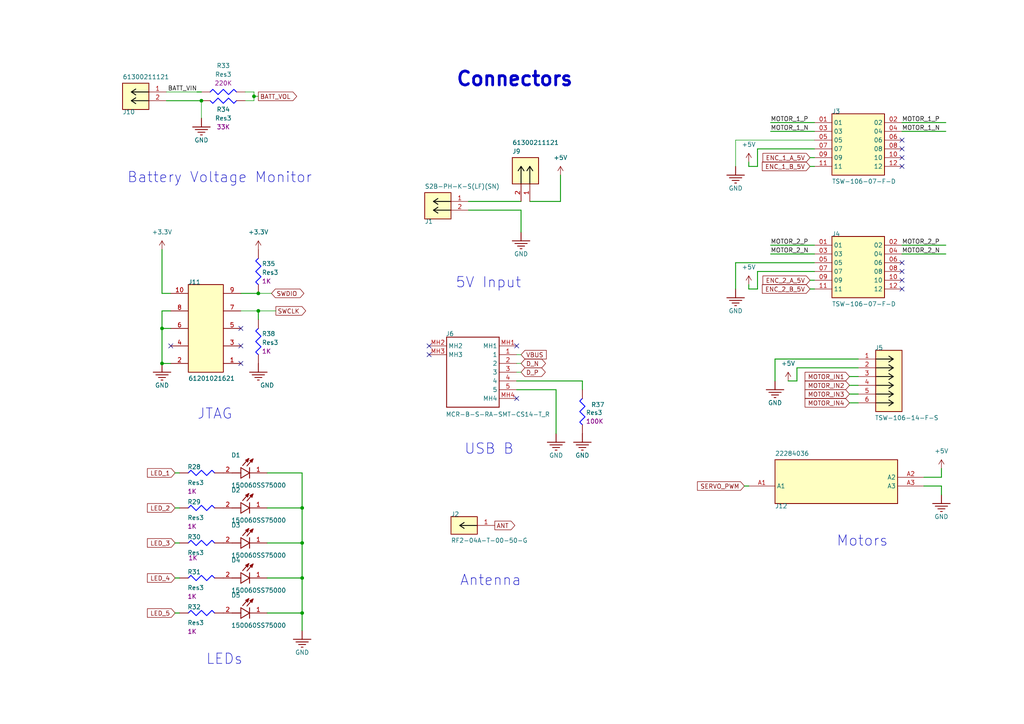
<source format=kicad_sch>
(kicad_sch (version 20230121) (generator eeschema)
  (paper "A4")
  (lib_symbols
    (symbol "Connectors-altium-import:GND" (power)
      (property "Reference" "#PWR" (at 0 0 0))
      (property "Value" "GND" (at 0 6.35 0))
      (symbol "GND_0_0"
        (polyline (pts (xy -2.54 -2.54) (xy 2.54 -2.54)) (stroke (width 0.254)))
        (polyline (pts (xy -1.778 -3.302) (xy 1.778 -3.302)) (stroke (width 0.254)))
        (polyline (pts (xy -1.016 -4.064) (xy 1.016 -4.064)) (stroke (width 0.254)))
        (polyline (pts (xy -0.254 -4.826) (xy 0.254 -4.826)) (stroke (width 0.254)))
        (polyline (pts (xy 0 0) (xy 0 -2.54)) (stroke (width 0.254)))
        (pin power_in line (at 0 0 0) (length 0) hide (name "GND") (number ""))
      )
    )
    (symbol "Connectors-altium-import:root_0_150060SS75000"
      (symbol "root_0_150060SS75000_1_0"
        (polyline (pts (xy -2.54 -1.524) (xy 0 0)) (stroke (width 0.254)))
        (polyline (pts (xy -2.54 0) (xy -5.08 0)) (stroke (width 0.254)))
        (polyline (pts (xy -2.54 0) (xy -2.54 -1.524)) (stroke (width 0.254)))
        (polyline (pts (xy -2.54 1.524) (xy -2.54 0)) (stroke (width 0.254)))
        (polyline (pts (xy -1.118 3.683) (xy -0.229 4.166)) (stroke (width 0.254)))
        (polyline (pts (xy -0.94 3.607) (xy -0.711 3.759)) (stroke (width 0.254)))
        (polyline (pts (xy -0.559 3.2) (xy -1.118 3.683)) (stroke (width 0.254)))
        (polyline (pts (xy -0.559 3.2) (xy -0.533 3.937)) (stroke (width 0.254)))
        (polyline (pts (xy -0.533 3.937) (xy -0.66 3.937)) (stroke (width 0.254)))
        (polyline (pts (xy -0.229 4.166) (xy -2.007 2.134)) (stroke (width 0.254)))
        (polyline (pts (xy -0.229 4.166) (xy -0.559 3.2)) (stroke (width 0.254)))
        (polyline (pts (xy 0 0) (xy -2.54 1.524)) (stroke (width 0.254)))
        (polyline (pts (xy 0 1.524) (xy 0 -1.524)) (stroke (width 0.254)))
        (polyline (pts (xy 0.127 3.581) (xy 1.016 4.064)) (stroke (width 0.254)))
        (polyline (pts (xy 0.305 3.505) (xy 0.533 3.658)) (stroke (width 0.254)))
        (polyline (pts (xy 0.686 3.099) (xy 0.127 3.581)) (stroke (width 0.254)))
        (polyline (pts (xy 0.686 3.099) (xy 0.711 3.835)) (stroke (width 0.254)))
        (polyline (pts (xy 0.711 3.835) (xy 0.584 3.835)) (stroke (width 0.254)))
        (polyline (pts (xy 1.016 4.064) (xy -0.762 2.032)) (stroke (width 0.254)))
        (polyline (pts (xy 1.016 4.064) (xy 0.686 3.099)) (stroke (width 0.254)))
        (pin passive line (at 5.08 0 180) (length 5.08) (name "C") (number "1"))
        (pin passive line (at -7.62 0 0) (length 2.54) (name "A") (number "2"))
      )
    )
    (symbol "Connectors-altium-import:root_0_22284036"
      (symbol "root_0_22284036_1_0"
        (rectangle (start 43.18 5.08) (end 7.62 -7.62) (stroke (width 0.254)) (fill (type background)))
        (pin passive line (at 0 0 0) (length 7.62) (name "A1") (number "A1"))
        (pin passive line (at 50.8 -2.54 180) (length 7.62) (name "A2") (number "A2"))
        (pin passive line (at 50.8 0 180) (length 7.62) (name "A3") (number "A3"))
      )
    )
    (symbol "Connectors-altium-import:root_0_MCR-B-S-RA-SMT-CS14-T_R"
      (symbol "root_0_MCR-B-S-RA-SMT-CS14-T_R_1_0"
        (polyline (pts (xy 5.08 -17.78) (xy 20.32 -17.78)) (stroke (width 0.254)))
        (polyline (pts (xy 5.08 2.54) (xy 5.08 -17.78)) (stroke (width 0.254)))
        (polyline (pts (xy 20.32 -17.78) (xy 20.32 2.54)) (stroke (width 0.254)))
        (polyline (pts (xy 20.32 2.54) (xy 5.08 2.54)) (stroke (width 0.254)))
        (pin passive line (at 25.4 -2.54 180) (length 5.08) (name "1") (number "1"))
        (pin passive line (at 25.4 -5.08 180) (length 5.08) (name "2") (number "2"))
        (pin passive line (at 25.4 -7.62 180) (length 5.08) (name "3") (number "3"))
        (pin passive line (at 25.4 -10.16 180) (length 5.08) (name "4") (number "4"))
        (pin passive line (at 25.4 -12.7 180) (length 5.08) (name "5") (number "5"))
        (pin passive line (at 25.4 0 180) (length 5.08) (name "MH1") (number "MH1"))
        (pin passive line (at 0 0 0) (length 5.08) (name "MH2") (number "MH2"))
        (pin passive line (at 0 -2.54 0) (length 5.08) (name "MH3") (number "MH3"))
        (pin passive line (at 25.4 -15.24 180) (length 5.08) (name "MH4") (number "MH4"))
      )
    )
    (symbol "Connectors-altium-import:root_0_Res3"
      (symbol "root_0_Res3_1_0"
        (polyline (pts (xy 7.62 -2.54) (xy 6.858 -1.778) (xy 5.334 -3.302) (xy 3.81 -1.778) (xy 2.286 -3.302) (xy 0.762 -1.778) (xy 0 -2.54)) (stroke (width 0.254) (color 0 0 255 1)))
        (pin passive line (at -2.54 -2.54 0) (length 2.54) (name "1") (number "1"))
        (pin passive line (at 10.16 -2.54 180) (length 2.54) (name "2") (number "2"))
      )
    )
    (symbol "Connectors-altium-import:root_0_TSW-106-07-F-D"
      (symbol "root_0_TSW-106-07-F-D_1_0"
        (rectangle (start 7.62 10.16) (end -7.62 -7.62) (stroke (width 0.254)) (fill (type background)))
        (pin passive line (at -12.7 7.62 0) (length 5.08) (name "01") (number "01"))
        (pin passive line (at 12.7 7.62 180) (length 5.08) (name "02") (number "02"))
        (pin passive line (at -12.7 5.08 0) (length 5.08) (name "03") (number "03"))
        (pin passive line (at 12.7 5.08 180) (length 5.08) (name "04") (number "04"))
        (pin passive line (at -12.7 2.54 0) (length 5.08) (name "05") (number "05"))
        (pin passive line (at 12.7 2.54 180) (length 5.08) (name "06") (number "06"))
        (pin passive line (at -12.7 0 0) (length 5.08) (name "07") (number "07"))
        (pin passive line (at 12.7 0 180) (length 5.08) (name "08") (number "08"))
        (pin passive line (at -12.7 -2.54 0) (length 5.08) (name "09") (number "09"))
        (pin passive line (at 12.7 -2.54 180) (length 5.08) (name "10") (number "10"))
        (pin passive line (at -12.7 -5.08 0) (length 5.08) (name "11") (number "11"))
        (pin passive line (at 12.7 -5.08 180) (length 5.08) (name "12") (number "12"))
      )
    )
    (symbol "Connectors-altium-import:root_0_TSW-106-14-F-S"
      (symbol "root_0_TSW-106-14-F-S_1_0"
        (polyline (pts (xy 10.16 -12.7) (xy 5.08 -12.7)) (stroke (width 0.254) (color 0 0 0 1)))
        (polyline (pts (xy 10.16 -12.7) (xy 8.89 -13.547)) (stroke (width 0.254) (color 0 0 0 1)))
        (polyline (pts (xy 10.16 -12.7) (xy 8.89 -11.853)) (stroke (width 0.254) (color 0 0 0 1)))
        (polyline (pts (xy 10.16 -10.16) (xy 5.08 -10.16)) (stroke (width 0.254) (color 0 0 0 1)))
        (polyline (pts (xy 10.16 -10.16) (xy 8.89 -11.007)) (stroke (width 0.254) (color 0 0 0 1)))
        (polyline (pts (xy 10.16 -10.16) (xy 8.89 -9.313)) (stroke (width 0.254) (color 0 0 0 1)))
        (polyline (pts (xy 10.16 -7.62) (xy 5.08 -7.62)) (stroke (width 0.254) (color 0 0 0 1)))
        (polyline (pts (xy 10.16 -7.62) (xy 8.89 -8.467)) (stroke (width 0.254) (color 0 0 0 1)))
        (polyline (pts (xy 10.16 -7.62) (xy 8.89 -6.773)) (stroke (width 0.254) (color 0 0 0 1)))
        (polyline (pts (xy 10.16 -5.08) (xy 5.08 -5.08)) (stroke (width 0.254) (color 0 0 0 1)))
        (polyline (pts (xy 10.16 -5.08) (xy 8.89 -5.927)) (stroke (width 0.254) (color 0 0 0 1)))
        (polyline (pts (xy 10.16 -5.08) (xy 8.89 -4.233)) (stroke (width 0.254) (color 0 0 0 1)))
        (polyline (pts (xy 10.16 -2.54) (xy 5.08 -2.54)) (stroke (width 0.254) (color 0 0 0 1)))
        (polyline (pts (xy 10.16 -2.54) (xy 8.89 -3.387)) (stroke (width 0.254) (color 0 0 0 1)))
        (polyline (pts (xy 10.16 -2.54) (xy 8.89 -1.693)) (stroke (width 0.254) (color 0 0 0 1)))
        (polyline (pts (xy 10.16 0) (xy 5.08 0)) (stroke (width 0.254) (color 0 0 0 1)))
        (polyline (pts (xy 10.16 0) (xy 8.89 -0.847)) (stroke (width 0.254) (color 0 0 0 1)))
        (polyline (pts (xy 10.16 0) (xy 8.89 0.847)) (stroke (width 0.254) (color 0 0 0 1)))
        (rectangle (start 12.7 2.54) (end 5.08 -15.24) (stroke (width 0.254)) (fill (type background)))
        (pin passive line (at 0 0 0) (length 5.08) (name "1") (number "1"))
        (pin passive line (at 0 -2.54 0) (length 5.08) (name "2") (number "2"))
        (pin passive line (at 0 -5.08 0) (length 5.08) (name "3") (number "3"))
        (pin passive line (at 0 -7.62 0) (length 5.08) (name "4") (number "4"))
        (pin passive line (at 0 -10.16 0) (length 5.08) (name "5") (number "5"))
        (pin passive line (at 0 -12.7 0) (length 5.08) (name "6") (number "6"))
      )
    )
    (symbol "Connectors-altium-import:root_1_61201021621"
      (symbol "root_1_61201021621_1_0"
        (rectangle (start 5.08 15.24) (end -5.08 -10.16) (stroke (width 0.254)) (fill (type background)))
        (pin passive line (at 10.16 -7.62 180) (length 5.08) (name "1") (number "1"))
        (pin passive line (at -10.16 12.7 0) (length 5.08) (name "10") (number "10"))
        (pin passive line (at -10.16 -7.62 0) (length 5.08) (name "2") (number "2"))
        (pin passive line (at 10.16 -2.54 180) (length 5.08) (name "3") (number "3"))
        (pin passive line (at -10.16 -2.54 0) (length 5.08) (name "4") (number "4"))
        (pin passive line (at 10.16 2.54 180) (length 5.08) (name "5") (number "5"))
        (pin passive line (at -10.16 2.54 0) (length 5.08) (name "6") (number "6"))
        (pin passive line (at 10.16 7.62 180) (length 5.08) (name "7") (number "7"))
        (pin passive line (at -10.16 7.62 0) (length 5.08) (name "8") (number "8"))
        (pin passive line (at 10.16 12.7 180) (length 5.08) (name "9") (number "9"))
      )
    )
    (symbol "Connectors-altium-import:root_1_Res3"
      (symbol "root_1_Res3_1_0"
        (polyline (pts (xy 2.54 7.62) (xy 1.778 6.858) (xy 3.302 5.334) (xy 1.778 3.81) (xy 3.302 2.286) (xy 1.778 0.762) (xy 2.54 0)) (stroke (width 0.254) (color 0 0 255 1)))
        (pin passive line (at 2.54 -2.54 90) (length 2.54) (name "1") (number "1"))
        (pin passive line (at 2.54 10.16 270) (length 2.54) (name "2") (number "2"))
      )
    )
    (symbol "Connectors-altium-import:root_2_61300211121"
      (symbol "root_2_61300211121_1_0"
        (rectangle (start -5.08 5.08) (end -12.7 -2.54) (stroke (width 0.254)) (fill (type background)))
        (polyline (pts (xy -10.16 0) (xy -8.89 -0.847)) (stroke (width 0.254) (color 0 0 0 1)))
        (polyline (pts (xy -10.16 0) (xy -8.89 0.847)) (stroke (width 0.254) (color 0 0 0 1)))
        (polyline (pts (xy -10.16 0) (xy -5.08 0)) (stroke (width 0.254) (color 0 0 0 1)))
        (polyline (pts (xy -10.16 2.54) (xy -8.89 1.693)) (stroke (width 0.254) (color 0 0 0 1)))
        (polyline (pts (xy -10.16 2.54) (xy -8.89 3.387)) (stroke (width 0.254) (color 0 0 0 1)))
        (polyline (pts (xy -10.16 2.54) (xy -5.08 2.54)) (stroke (width 0.254) (color 0 0 0 1)))
        (pin passive line (at 0 0 180) (length 5.08) (name "1") (number "1"))
        (pin passive line (at 0 2.54 180) (length 5.08) (name "2") (number "2"))
      )
    )
    (symbol "Connectors-altium-import:root_2_RF2-04A-T-00-50-G"
      (symbol "root_2_RF2-04A-T-00-50-G_1_0"
        (rectangle (start -5.08 2.54) (end -12.7 -2.54) (stroke (width 0.254)) (fill (type background)))
        (polyline (pts (xy -10.16 0) (xy -8.89 -0.847)) (stroke (width 0.254) (color 0 0 0 1)))
        (polyline (pts (xy -10.16 0) (xy -8.89 0.847)) (stroke (width 0.254) (color 0 0 0 1)))
        (polyline (pts (xy -10.16 0) (xy -5.08 0)) (stroke (width 0.254) (color 0 0 0 1)))
        (pin passive line (at 0 0 180) (length 5.08) (name "1") (number "1"))
      )
    )
    (symbol "Connectors-altium-import:root_2_S2B-PH-K-S(LF)(SN)"
      (symbol "root_2_S2B-PH-K-S(LF)(SN)_1_0"
        (rectangle (start -5.08 5.08) (end -12.7 -2.54) (stroke (width 0.254)) (fill (type background)))
        (polyline (pts (xy -10.16 0) (xy -8.89 -0.847)) (stroke (width 0.254) (color 0 0 0 1)))
        (polyline (pts (xy -10.16 0) (xy -8.89 0.847)) (stroke (width 0.254) (color 0 0 0 1)))
        (polyline (pts (xy -10.16 0) (xy -5.08 0)) (stroke (width 0.254) (color 0 0 0 1)))
        (polyline (pts (xy -10.16 2.54) (xy -8.89 1.693)) (stroke (width 0.254) (color 0 0 0 1)))
        (polyline (pts (xy -10.16 2.54) (xy -8.89 3.387)) (stroke (width 0.254) (color 0 0 0 1)))
        (polyline (pts (xy -10.16 2.54) (xy -5.08 2.54)) (stroke (width 0.254) (color 0 0 0 1)))
        (pin passive line (at 0 0 180) (length 5.08) (name "1") (number "1"))
        (pin passive line (at 0 2.54 180) (length 5.08) (name "2") (number "2"))
      )
    )
    (symbol "Connectors-altium-import:root_3_61300211121"
      (symbol "root_3_61300211121_1_0"
        (polyline (pts (xy -2.54 -10.16) (xy -3.387 -8.89)) (stroke (width 0.254) (color 0 0 0 1)))
        (polyline (pts (xy -2.54 -10.16) (xy -2.54 -5.08)) (stroke (width 0.254) (color 0 0 0 1)))
        (polyline (pts (xy -2.54 -10.16) (xy -1.693 -8.89)) (stroke (width 0.254) (color 0 0 0 1)))
        (polyline (pts (xy 0 -10.16) (xy -0.847 -8.89)) (stroke (width 0.254) (color 0 0 0 1)))
        (polyline (pts (xy 0 -10.16) (xy 0 -5.08)) (stroke (width 0.254) (color 0 0 0 1)))
        (polyline (pts (xy 0 -10.16) (xy 0.847 -8.89)) (stroke (width 0.254) (color 0 0 0 1)))
        (rectangle (start 2.54 -5.08) (end -5.08 -12.7) (stroke (width 0.254)) (fill (type background)))
        (pin passive line (at 0 0 270) (length 5.08) (name "1") (number "1"))
        (pin passive line (at -2.54 0 270) (length 5.08) (name "2") (number "2"))
      )
    )
    (symbol "power:+3.3V" (power) (pin_names (offset 0))
      (property "Value" "+3.3V" (at 0 3.556 0))
      (symbol "+3.3V_0_1"
        (polyline (pts (xy -0.762 1.27) (xy 0 2.54)))
        (polyline (pts (xy 0 0) (xy 0 2.54)))
        (polyline (pts (xy 0 2.54) (xy 0.762 1.27)))
      )
      (symbol "+3.3V_1_1"
        (pin power_in line (at 0 0 90) (length 0) hide (name "+3.3V") (number "1"))
      )
    )
    (symbol "power:+5V" (power) (pin_names (offset 0))
      (property "Value" "+5V" (at 0 3.556 0))
      (symbol "+5V_0_1"
        (polyline (pts (xy -0.762 1.27) (xy 0 2.54)))
        (polyline (pts (xy 0 0) (xy 0 2.54)))
        (polyline (pts (xy 0 2.54) (xy 0.762 1.27)))
      )
      (symbol "+5V_1_1"
        (pin power_in line (at 0 0 90) (length 0) hide (name "+5V") (number "1"))
      )
    )
  )
  (junction (at 46.99 105.41))
  (junction (at 87.63 147.32))
  (junction (at 87.63 177.8))
  (junction (at 87.63 167.64))
  (junction (at 58.42 29.21))
  (junction (at 73.66 27.94))
  (junction (at 87.63 157.48))
  (junction (at 74.93 85.09))
  (junction (at 46.99 95.25))
  (junction (at 74.93 90.17))
  (no_connect (at 69.85 95.25))
  (no_connect (at 261.62 45.72))
  (no_connect (at 261.62 40.64))
  (no_connect (at 261.62 48.26))
  (no_connect (at 69.85 100.33))
  (no_connect (at 49.53 100.33))
  (no_connect (at 124.46 102.87))
  (no_connect (at 261.62 81.28))
  (no_connect (at 261.62 83.82))
  (no_connect (at 69.85 105.41))
  (no_connect (at 149.86 100.33))
  (no_connect (at 149.86 115.57))
  (no_connect (at 124.46 100.33))
  (no_connect (at 261.62 43.18))
  (no_connect (at 261.62 76.2))
  (no_connect (at 261.62 78.74))
  (wire (pts (xy 223.52 35.56) (xy 236.22 35.56)) (stroke (width 0.254)))
  (wire (pts (xy 261.62 73.66) (xy 274.32 73.66)) (stroke (width 0.254)))
  (wire (pts (xy 231.14 106.68) (xy 248.92 106.68)) (stroke (width 0.254)))
  (wire (pts (xy 52.07 157.48) (xy 50.8 157.48)) (stroke (width 0.254)))
  (wire (pts (xy 217.17 83.82) (xy 217.17 82.55)) (stroke (width 0.254)))
  (wire (pts (xy 57.15 26.67) (xy 58.42 26.67)) (stroke (width 0.254)))
  (wire (pts (xy 224.79 104.14) (xy 248.92 104.14)) (stroke (width 0.254)))
  (wire (pts (xy 223.52 71.12) (xy 236.22 71.12)) (stroke (width 0.254)))
  (wire (pts (xy 74.93 90.17) (xy 80.01 90.17)))
  (wire (pts (xy 246.38 111.76) (xy 248.92 111.76)) (stroke (width 0.254)))
  (wire (pts (xy 162.56 58.42) (xy 153.67 58.42)) (stroke (width 0.254)))
  (wire (pts (xy 219.71 83.82) (xy 217.17 83.82)) (stroke (width 0.254)))
  (wire (pts (xy 273.05 140.97) (xy 267.97 140.97)) (stroke (width 0.254)))
  (wire (pts (xy 87.63 157.48) (xy 77.47 157.48)) (stroke (width 0.254)))
  (wire (pts (xy 151.13 60.96) (xy 135.89 60.96)) (stroke (width 0.254)))
  (wire (pts (xy 224.79 104.14) (xy 224.79 110.49)) (stroke (width 0.254)))
  (wire (pts (xy 273.05 143.51) (xy 273.05 140.97)) (stroke (width 0.254)))
  (wire (pts (xy 87.63 167.64) (xy 87.63 177.8)) (stroke (width 0.254)))
  (wire (pts (xy 57.15 26.67) (xy 48.26 26.67)))
  (wire (pts (xy 46.99 90.17) (xy 49.53 90.17)) (stroke (width 0.254)))
  (wire (pts (xy 234.95 81.28) (xy 236.22 81.28)) (stroke (width 0.254)))
  (wire (pts (xy 213.36 76.2) (xy 236.22 76.2)) (stroke (width 0.254)))
  (wire (pts (xy 261.62 71.12) (xy 274.32 71.12)) (stroke (width 0.254)))
  (wire (pts (xy 213.36 76.2) (xy 213.36 83.82)) (stroke (width 0.254)))
  (wire (pts (xy 223.52 38.1) (xy 236.22 38.1)) (stroke (width 0.254)))
  (wire (pts (xy 73.66 27.94) (xy 73.66 29.21)))
  (wire (pts (xy 151.13 102.87) (xy 149.86 102.87)))
  (wire (pts (xy 236.22 40.64) (xy 213.36 40.64)))
  (wire (pts (xy 87.63 157.48) (xy 87.63 167.64)) (stroke (width 0.254)))
  (wire (pts (xy 149.86 110.49) (xy 168.91 110.49)) (stroke (width 0.254)))
  (wire (pts (xy 234.95 83.82) (xy 236.22 83.82)) (stroke (width 0.254)))
  (wire (pts (xy 49.53 95.25) (xy 46.99 95.25)) (stroke (width 0.254)))
  (wire (pts (xy 87.63 177.8) (xy 77.47 177.8)) (stroke (width 0.254)))
  (wire (pts (xy 151.13 107.95) (xy 149.86 107.95)))
  (wire (pts (xy 231.14 110.49) (xy 228.6 110.49)) (stroke (width 0.254)))
  (wire (pts (xy 246.38 109.22) (xy 248.92 109.22)) (stroke (width 0.254)))
  (wire (pts (xy 71.12 26.67) (xy 73.66 26.67)))
  (wire (pts (xy 246.38 116.84) (xy 248.92 116.84)) (stroke (width 0.254)))
  (wire (pts (xy 219.71 78.74) (xy 219.71 83.82)) (stroke (width 0.254)))
  (wire (pts (xy 73.66 26.67) (xy 73.66 27.94)))
  (wire (pts (xy 219.71 48.26) (xy 217.17 48.26)) (stroke (width 0.254)))
  (wire (pts (xy 87.63 177.8) (xy 87.63 182.88)) (stroke (width 0.254)))
  (wire (pts (xy 219.71 78.74) (xy 236.22 78.74)) (stroke (width 0.254)))
  (wire (pts (xy 168.91 110.49) (xy 168.91 113.03)) (stroke (width 0.254)))
  (wire (pts (xy 87.63 167.64) (xy 77.47 167.64)) (stroke (width 0.254)))
  (wire (pts (xy 234.95 45.72) (xy 236.22 45.72)) (stroke (width 0.254)))
  (wire (pts (xy 161.29 113.03) (xy 161.29 125.73)) (stroke (width 0.254)))
  (wire (pts (xy 73.66 29.21) (xy 71.12 29.21)))
  (wire (pts (xy 77.47 137.16) (xy 87.63 137.16)) (stroke (width 0.254)))
  (wire (pts (xy 69.85 85.09) (xy 74.93 85.09)) (stroke (width 0.254)))
  (wire (pts (xy 48.26 29.21) (xy 58.42 29.21)) (stroke (width 0.254)))
  (wire (pts (xy 217.17 48.26) (xy 217.17 46.99)) (stroke (width 0.254)))
  (wire (pts (xy 73.66 27.94) (xy 74.93 27.94)))
  (wire (pts (xy 52.07 137.16) (xy 50.8 137.16)) (stroke (width 0.254)))
  (wire (pts (xy 261.62 35.56) (xy 274.32 35.56)) (stroke (width 0.254)))
  (wire (pts (xy 261.62 38.1) (xy 274.32 38.1)) (stroke (width 0.254)))
  (wire (pts (xy 58.42 29.21) (xy 58.42 34.29)))
  (wire (pts (xy 49.53 105.41) (xy 46.99 105.41)) (stroke (width 0.254)))
  (wire (pts (xy 162.56 50.8) (xy 162.56 58.42)) (stroke (width 0.254)))
  (wire (pts (xy 87.63 137.16) (xy 87.63 147.32)) (stroke (width 0.254)))
  (wire (pts (xy 52.07 167.64) (xy 50.8 167.64)) (stroke (width 0.254)))
  (wire (pts (xy 74.93 85.09) (xy 78.74 85.09)))
  (wire (pts (xy 219.71 43.18) (xy 236.22 43.18)) (stroke (width 0.254)))
  (wire (pts (xy 267.97 138.43) (xy 273.05 138.43)) (stroke (width 0.254)))
  (wire (pts (xy 87.63 147.32) (xy 77.47 147.32)) (stroke (width 0.254)))
  (wire (pts (xy 246.38 114.3) (xy 248.92 114.3)) (stroke (width 0.254)))
  (wire (pts (xy 52.07 147.32) (xy 50.8 147.32)) (stroke (width 0.254)))
  (wire (pts (xy 46.99 95.25) (xy 46.99 90.17)) (stroke (width 0.254)))
  (wire (pts (xy 273.05 138.43) (xy 273.05 135.89)) (stroke (width 0.254)))
  (wire (pts (xy 217.17 140.97) (xy 215.9 140.97)) (stroke (width 0.254)))
  (wire (pts (xy 87.63 147.32) (xy 87.63 157.48)) (stroke (width 0.254)))
  (wire (pts (xy 213.36 40.64) (xy 213.36 48.26)))
  (wire (pts (xy 151.13 58.42) (xy 135.89 58.42)) (stroke (width 0.254)))
  (wire (pts (xy 46.99 85.09) (xy 46.99 72.39)) (stroke (width 0.254)))
  (wire (pts (xy 231.14 106.68) (xy 231.14 110.49)) (stroke (width 0.254)))
  (wire (pts (xy 219.71 43.18) (xy 219.71 48.26)) (stroke (width 0.254)))
  (wire (pts (xy 149.86 113.03) (xy 161.29 113.03)) (stroke (width 0.254)))
  (wire (pts (xy 52.07 177.8) (xy 50.8 177.8)) (stroke (width 0.254)))
  (wire (pts (xy 151.13 105.41) (xy 149.86 105.41)))
  (wire (pts (xy 234.95 48.26) (xy 236.22 48.26)) (stroke (width 0.254)))
  (wire (pts (xy 46.99 105.41) (xy 46.99 95.25)) (stroke (width 0.254)))
  (wire (pts (xy 151.13 67.31) (xy 151.13 60.96)) (stroke (width 0.254)))
  (wire (pts (xy 74.93 90.17) (xy 69.85 90.17)))
  (wire (pts (xy 74.93 90.17) (xy 74.93 92.71)) (stroke (width 0.254)))
  (wire (pts (xy 49.53 85.09) (xy 46.99 85.09)) (stroke (width 0.254)))
  (wire (pts (xy 223.52 73.66) (xy 236.22 73.66)) (stroke (width 0.254)))
  (text "5V Input" (at 132.08 83.82 0) (effects (font (size 3 3)) (justify left bottom)))
  (text "Antenna" (at 133.35 170.18 0) (effects (font (size 3 3)) (justify left bottom)))
  (text "Motors" (at 242.57 158.75 0) (effects (font (size 3 3)) (justify left bottom)))
  (text "LEDs\n" (at 59.69 193.04 0) (effects (font (size 3 3)) (justify left bottom)))
  (text "JTAG" (at 57.15 121.92 0) (effects (font (size 3 3)) (justify left bottom)))
  (text "Connectors" (at 132.08 25.4 0) (effects (font (size 4 4) (thickness 0.8) bold) (justify left bottom)))
  (text "USB B" (at 134.62 132.08 0) (effects (font (size 3 3)) (justify left bottom)))
  (text "Battery Voltage Monitor" (at 36.83 53.34 0) (effects (font (size 3 3)) (justify left bottom)))
  (label "BATT_VIN" (at 57.15 26.67 180))
  (label "MOTOR_2_P" (at 261.62 71.12 180))
  (label "MOTOR_2_N" (at 261.62 73.66 180))
  (label "MOTOR_1_N" (at 223.52 38.1 180))
  (label "MOTOR_2_P" (at 223.52 71.12 180))
  (label "MOTOR_1_P" (at 223.52 35.56 180))
  (label "MOTOR_1_P" (at 261.62 35.56 180))
  (label "MOTOR_2_N" (at 223.52 73.66 180))
  (label "MOTOR_1_N" (at 261.62 38.1 180))
  (global_label "LED_4" (shape input) (at 50.8 167.64 180) (property "Intersheetrefs" "${INTERSHEET_REFS}" (effects hide)))
  (global_label "D_N" (shape bidirectional) (at 151.13 105.41 0) (property "Intersheetrefs" "${INTERSHEET_REFS}" (effects hide)))
  (global_label "MOTOR_IN3" (shape input) (at 246.38 114.3 180) (property "Intersheetrefs" "${INTERSHEET_REFS}" (effects hide)))
  (global_label "ENC_2_B_5V" (shape input) (at 234.95 83.82 180) (property "Intersheetrefs" "${INTERSHEET_REFS}" (effects hide)))
  (global_label "ENC_1_B_5V" (shape input) (at 234.95 48.26 180) (property "Intersheetrefs" "${INTERSHEET_REFS}" (effects hide)))
  (global_label "SWDIO" (shape bidirectional) (at 78.74 85.09 0) (property "Intersheetrefs" "${INTERSHEET_REFS}" (effects hide)))
  (global_label "MOTOR_IN1" (shape input) (at 246.38 109.22 180) (property "Intersheetrefs" "${INTERSHEET_REFS}" (effects hide)))
  (global_label "MOTOR_IN2" (shape input) (at 246.38 111.76 180) (property "Intersheetrefs" "${INTERSHEET_REFS}" (effects hide)))
  (global_label "ANT" (shape output) (at 143.51 152.4 0) (property "Intersheetrefs" "${INTERSHEET_REFS}" (effects hide)))
  (global_label "LED_3" (shape input) (at 50.8 157.48 180) (property "Intersheetrefs" "${INTERSHEET_REFS}" (effects hide)))
  (global_label "ENC_2_A_5V" (shape input) (at 234.95 81.28 180) (property "Intersheetrefs" "${INTERSHEET_REFS}" (effects hide)))
  (global_label "LED_5" (shape input) (at 50.8 177.8 180) (property "Intersheetrefs" "${INTERSHEET_REFS}" (effects hide)))
  (global_label "D_P" (shape bidirectional) (at 151.13 107.95 0) (property "Intersheetrefs" "${INTERSHEET_REFS}" (effects hide)))
  (global_label "MOTOR_IN4" (shape input) (at 246.38 116.84 180) (property "Intersheetrefs" "${INTERSHEET_REFS}" (effects hide)))
  (global_label "VBUS" (shape input) (at 151.13 102.87 0) (property "Intersheetrefs" "${INTERSHEET_REFS}" (effects hide)))
  (global_label "SERVO_PWM" (shape input) (at 215.9 140.97 180) (property "Intersheetrefs" "${INTERSHEET_REFS}" (effects hide)))
  (global_label "LED_1" (shape input) (at 50.8 137.16 180) (property "Intersheetrefs" "${INTERSHEET_REFS}" (effects hide)))
  (global_label "ENC_1_A_5V" (shape input) (at 234.95 45.72 180) (property "Intersheetrefs" "${INTERSHEET_REFS}" (effects hide)))
  (global_label "LED_2" (shape input) (at 50.8 147.32 180) (property "Intersheetrefs" "${INTERSHEET_REFS}" (effects hide)))
  (global_label "BATT_VOL" (shape output) (at 74.93 27.94 0) (property "Intersheetrefs" "${INTERSHEET_REFS}" (effects hide)))
  (global_label "SWCLK" (shape output) (at 80.01 90.17 0) (property "Intersheetrefs" "${INTERSHEET_REFS}" (effects hide)))
  (symbol (lib_id "Connectors-altium-import:root_0_150060SS75000") (at 72.39 167.64 0) (unit 1)
    (property "Reference" "D4" (at 67.056 163.22 0) (effects (justify left bottom)))
    (property "Value" "150060SS75000" (at 67.056 171.958 0) (effects (justify left bottom)))
    (property "Footprint" "C:_Users_mushe_Documents_GitHub_swarm_crawler_Minibot_V1_swarm_crawler_pcb.PcbLib_LED_150060SS75000" (effects hide))
    (property "SNAPEDA_LINK" "https://www.snapeda.com/parts/150060SS75000/W%C3%BCrth%20Elektronik/view-part/4805427/?ref=snap" (effects hide))
    (property "AVAILABILITY" "Warning" (effects hide))
    (property "PURCHASE-URL" "https://pricing.snapeda.com/search/part/150060SS75000/?ref=eda" (effects hide))
    (property "MP" "150060SS75000" (effects hide))
    (property "ALTIUM_VALUE" "*" (effects hide))
    (property "PRICE" "None" (effects hide))
    (property "MF" "WÃ¼rth Elektronik" (effects hide))
    (property "PACKAGE" "None" (effects hide))
    (property "CHECK_PRICES" "https://www.snapeda.com/parts/150060SS75000/W%C3%BCrth%20Elektronik/view-part/4805427/?ref=eda" (effects hide))
  )
  (symbol (lib_id "Connectors-altium-import:root_0_TSW-106-07-F-D") (at 248.92 43.18 0) (unit 1)
    (property "Reference" "J3" (at 241.3 33.02 0) (effects (justify left bottom)))
    (property "Value" "TSW-106-07-F-D" (at 241.3 53.34 0) (effects (justify left bottom)))
    (property "Footprint" "C:_Users_mushe_Documents_GitHub_swarm_crawler_Minibot_V1_swarm_crawler_pcb.PcbLib_SAMTEC_TSW-106-07-F-D" (effects hide))
    (property "MP" "TSW-106-07-F-D" (effects hide))
    (property "PRICE" "None" (effects hide))
    (property "MF" "Samtec" (effects hide))
    (property "PACKAGE" "None" (effects hide))
    (property "ALTIUM_VALUE" "*" (effects hide))
    (property "AVAILABILITY" "Unavailable" (effects hide))
  )
  (symbol (lib_id "Connectors-altium-import:root_0_150060SS75000") (at 72.39 147.32 0) (unit 1)
    (property "Reference" "D2" (at 67.056 142.9 0) (effects (justify left bottom)))
    (property "Value" "150060SS75000" (at 67.056 151.638 0) (effects (justify left bottom)))
    (property "Footprint" "C:_Users_mushe_Documents_GitHub_swarm_crawler_Minibot_V1_swarm_crawler_pcb.PcbLib_LED_150060SS75000" (effects hide))
    (property "SNAPEDA_LINK" "https://www.snapeda.com/parts/150060SS75000/W%C3%BCrth%20Elektronik/view-part/4805427/?ref=snap" (effects hide))
    (property "AVAILABILITY" "Warning" (effects hide))
    (property "PURCHASE-URL" "https://pricing.snapeda.com/search/part/150060SS75000/?ref=eda" (effects hide))
    (property "MP" "150060SS75000" (effects hide))
    (property "ALTIUM_VALUE" "*" (effects hide))
    (property "PRICE" "None" (effects hide))
    (property "MF" "WÃ¼rth Elektronik" (effects hide))
    (property "PACKAGE" "None" (effects hide))
    (property "CHECK_PRICES" "https://www.snapeda.com/parts/150060SS75000/W%C3%BCrth%20Elektronik/view-part/4805427/?ref=eda" (effects hide))
  )
  (symbol (lib_id "power:+5V") (at 228.6 110.49 0) (unit 1)
    (property "Reference" "#PWR0605" (effects hide))
    (property "Value" "+5V" (at 228.6 105.41 0))
  )
  (symbol (lib_id "Connectors-altium-import:GND") (at 168.91 125.73 0) (unit 1)
    (property "Reference" "#PWR?" (effects hide))
    (property "Value" "GND" (at 168.91 132.08 0))
    (instances (project "Connectors" (path "" (reference "#PWR?") (unit 1))) (project "Minibot_V1" (path "" (reference "#PWR0162") (unit 1))))
  )
  (symbol (lib_id "Connectors-altium-import:root_2_RF2-04A-T-00-50-G") (at 143.51 152.4 0) (unit 1)
    (property "Reference" "J2" (at 130.81 149.86 0) (effects (justify left bottom)))
    (property "Value" "RF2-04A-T-00-50-G" (at 130.81 157.48 0) (effects (justify left bottom)))
    (property "Footprint" "C:_Users_mushe_Documents_GitHub_swarm_crawler_Minibot_V1_swarm_crawler_pcb.PcbLib_CONN_RF2-04A-T-00-50-G_ADM" (effects hide))
    (property "COPYRIGHT" "Copyright (C) 2023 Ultra Librarian. All rights reserved." (effects hide))
    (property "MFR_NAME" "ADAM TECHNOLOGIES INC" (effects hide))
    (property "MANUFACTURER_PART_NUMBER" "RF2-04A-T-00-50-G" (effects hide))
    (property "DIGI-KEY_PART_NUMBER_1" "2057-RF2-04A-T-00-50-G-ND" (effects hide))
    (property "REFDES" "RefDes" (effects hide))
    (property "TYPE" "DEV" (effects hide))
  )
  (symbol (lib_id "Connectors-altium-import:root_0_Res3") (at 54.61 165.1 0) (unit 1)
    (property "Reference" "R31" (at 54.356 166.624 0) (effects (justify left bottom)))
    (property "Value" "Res3" (at 54.356 171.196 0) (effects (justify left bottom)))
    (property "Footprint" "J1-0603" (effects hide))
    (property "PUBLISHED" "8-Jun-2000" (effects hide))
    (property "LATESTREVISIONDATE" "29-May-2009" (effects hide))
    (property "LATESTREVISIONNOTE" "IPC-7351 Footprint Added." (effects hide))
    (property "PACKAGEREFERENCE" "J1-0603" (effects hide))
    (property "PUBLISHER" "Altium Limited" (effects hide))
    (property "PACKAGEDESCRIPTION" "Chip Resistor" (effects hide))
    (property "ALTIUM_VALUE" "1K" (at 54.356 173.736 0) (effects (justify left bottom)))
  )
  (symbol (lib_id "Connectors-altium-import:GND") (at 58.42 34.29 0) (unit 1)
    (property "Reference" "#PWR0609" (effects hide))
    (property "Value" "GND" (at 58.42 40.64 0))
  )
  (symbol (lib_id "Connectors-altium-import:GND") (at 161.29 125.73 0) (unit 1)
    (property "Reference" "#PWR?" (effects hide))
    (property "Value" "GND" (at 161.29 132.08 0))
    (instances (project "Connectors" (path "" (reference "#PWR?") (unit 1))) (project "Minibot_V1" (path "" (reference "#PWR0163") (unit 1))))
  )
  (symbol (lib_id "Connectors-altium-import:GND") (at 224.79 110.49 0) (unit 1)
    (property "Reference" "#PWR0606" (effects hide))
    (property "Value" "GND" (at 224.79 116.84 0))
  )
  (symbol (lib_id "Connectors-altium-import:root_0_Res3") (at 54.61 175.26 0) (unit 1)
    (property "Reference" "R32" (at 54.356 176.784 0) (effects (justify left bottom)))
    (property "Value" "Res3" (at 54.356 181.356 0) (effects (justify left bottom)))
    (property "Footprint" "J1-0603" (effects hide))
    (property "PUBLISHED" "8-Jun-2000" (effects hide))
    (property "LATESTREVISIONDATE" "29-May-2009" (effects hide))
    (property "LATESTREVISIONNOTE" "IPC-7351 Footprint Added." (effects hide))
    (property "PACKAGEREFERENCE" "J1-0603" (effects hide))
    (property "PUBLISHER" "Altium Limited" (effects hide))
    (property "PACKAGEDESCRIPTION" "Chip Resistor" (effects hide))
    (property "ALTIUM_VALUE" "1K" (at 54.356 183.896 0) (effects (justify left bottom)))
  )
  (symbol (lib_id "Connectors-altium-import:root_1_Res3") (at 72.39 82.55 0) (unit 1)
    (property "Reference" "R35" (at 75.946 77.216 0) (effects (justify left bottom)))
    (property "Value" "Res3" (at 75.946 79.756 0) (effects (justify left bottom)))
    (property "Footprint" "J1-0603" (effects hide))
    (property "PUBLISHED" "8-Jun-2000" (effects hide))
    (property "LATESTREVISIONDATE" "29-May-2009" (effects hide))
    (property "LATESTREVISIONNOTE" "IPC-7351 Footprint Added." (effects hide))
    (property "PACKAGEREFERENCE" "J1-0603" (effects hide))
    (property "PUBLISHER" "Altium Limited" (effects hide))
    (property "PACKAGEDESCRIPTION" "Chip Resistor" (effects hide))
    (property "ALTIUM_VALUE" "1K" (at 75.946 82.296 0) (effects (justify left bottom)))
  )
  (symbol (lib_id "Connectors-altium-import:root_2_S2B-PH-K-S(LF)(SN)") (at 135.89 58.42 0) (mirror x) (unit 1)
    (property "Reference" "J1" (at 123.19 63.5 0) (effects (justify left bottom)))
    (property "Value" "S2B-PH-K-S(LF)(SN)" (at 123.19 53.34 0) (effects (justify left bottom)))
    (property "Footprint" "C:_Users_mushe_Documents_GitHub_swarm_crawler_Minibot_V1_swarm_crawler_pcb.PcbLib_CONN_S2B-PH-K-S_JST" (effects hide))
    (property "COPYRIGHT" "Copyright (C) 2023 Ultra Librarian. All rights reserved." (effects hide))
    (property "MFR_NAME" "JST" (effects hide))
    (property "MANUFACTURER_PART_NUMBER" "S2B-PH-K-S(LF)(SN)" (effects hide))
    (property "DIGI-KEY_PART_NUMBER_1" "455-1719-ND" (effects hide))
    (property "DIGI-KEY_PART_NUMBER_2" "455-1719-NDL" (effects hide))
    (property "REFDES" "RefDes" (effects hide))
    (property "TYPE" "DEV" (effects hide))
  )
  (symbol (lib_id "Connectors-altium-import:root_0_150060SS75000") (at 72.39 137.16 0) (unit 1)
    (property "Reference" "D1" (at 67.056 132.74 0) (effects (justify left bottom)))
    (property "Value" "150060SS75000" (at 67.056 141.478 0) (effects (justify left bottom)))
    (property "Footprint" "C:_Users_mushe_Documents_GitHub_swarm_crawler_Minibot_V1_swarm_crawler_pcb.PcbLib_LED_150060SS75000" (effects hide))
    (property "SNAPEDA_LINK" "https://www.snapeda.com/parts/150060SS75000/W%C3%BCrth%20Elektronik/view-part/4805427/?ref=snap" (effects hide))
    (property "AVAILABILITY" "Warning" (effects hide))
    (property "PURCHASE-URL" "https://pricing.snapeda.com/search/part/150060SS75000/?ref=eda" (effects hide))
    (property "MP" "150060SS75000" (effects hide))
    (property "ALTIUM_VALUE" "*" (effects hide))
    (property "PRICE" "None" (effects hide))
    (property "MF" "WÃ¼rth Elektronik" (effects hide))
    (property "PACKAGE" "None" (effects hide))
    (property "CHECK_PRICES" "https://www.snapeda.com/parts/150060SS75000/W%C3%BCrth%20Elektronik/view-part/4805427/?ref=eda" (effects hide))
  )
  (symbol (lib_id "power:+3.3V") (at 46.99 72.39 0) (unit 1)
    (property "Reference" "#PWR0610" (effects hide))
    (property "Value" "+3.3V" (at 46.99 67.31 0))
  )
  (symbol (lib_id "Connectors-altium-import:root_0_150060SS75000") (at 72.39 157.48 0) (unit 1)
    (property "Reference" "D3" (at 67.056 153.06 0) (effects (justify left bottom)))
    (property "Value" "150060SS75000" (at 67.056 161.798 0) (effects (justify left bottom)))
    (property "Footprint" "C:_Users_mushe_Documents_GitHub_swarm_crawler_Minibot_V1_swarm_crawler_pcb.PcbLib_LED_150060SS75000" (effects hide))
    (property "SNAPEDA_LINK" "https://www.snapeda.com/parts/150060SS75000/W%C3%BCrth%20Elektronik/view-part/4805427/?ref=snap" (effects hide))
    (property "AVAILABILITY" "Warning" (effects hide))
    (property "PURCHASE-URL" "https://pricing.snapeda.com/search/part/150060SS75000/?ref=eda" (effects hide))
    (property "MP" "150060SS75000" (effects hide))
    (property "ALTIUM_VALUE" "*" (effects hide))
    (property "PRICE" "None" (effects hide))
    (property "MF" "WÃ¼rth Elektronik" (effects hide))
    (property "PACKAGE" "None" (effects hide))
    (property "CHECK_PRICES" "https://www.snapeda.com/parts/150060SS75000/W%C3%BCrth%20Elektronik/view-part/4805427/?ref=eda" (effects hide))
  )
  (symbol (lib_id "Connectors-altium-import:root_1_Res3") (at 72.39 102.87 0) (unit 1)
    (property "Reference" "R38" (at 75.946 97.536 0) (effects (justify left bottom)))
    (property "Value" "Res3" (at 75.946 100.076 0) (effects (justify left bottom)))
    (property "Footprint" "J1-0603" (effects hide))
    (property "PUBLISHED" "8-Jun-2000" (effects hide))
    (property "LATESTREVISIONDATE" "29-May-2009" (effects hide))
    (property "LATESTREVISIONNOTE" "IPC-7351 Footprint Added." (effects hide))
    (property "PACKAGEREFERENCE" "J1-0603" (effects hide))
    (property "PUBLISHER" "Altium Limited" (effects hide))
    (property "PACKAGEDESCRIPTION" "Chip Resistor" (effects hide))
    (property "ALTIUM_VALUE" "1K" (at 75.946 102.616 0) (effects (justify left bottom)))
  )
  (symbol (lib_id "Connectors-altium-import:root_1_Res3") (at 166.37 123.19 0) (unit 1)
    (property "Reference" "R37" (at 171.45 118.11 0) (effects (justify left bottom)))
    (property "Value" "Res3" (at 169.926 120.396 0) (effects (justify left bottom)))
    (property "Footprint" "J1-0603" (effects hide))
    (property "PUBLISHED" "8-Jun-2000" (effects hide))
    (property "LATESTREVISIONDATE" "29-May-2009" (effects hide))
    (property "LATESTREVISIONNOTE" "IPC-7351 Footprint Added." (effects hide))
    (property "PACKAGEREFERENCE" "J1-0603" (effects hide))
    (property "PUBLISHER" "Altium Limited" (effects hide))
    (property "PACKAGEDESCRIPTION" "Chip Resistor" (effects hide))
    (property "ALTIUM_VALUE" "100K" (at 169.926 122.936 0) (effects (justify left bottom)))
  )
  (symbol (lib_id "Connectors-altium-import:GND") (at 213.36 83.82 0) (unit 1)
    (property "Reference" "#PWR0604" (effects hide))
    (property "Value" "GND" (at 213.36 90.17 0))
  )
  (symbol (lib_id "Connectors-altium-import:root_2_61300211121") (at 48.26 26.67 0) (mirror x) (unit 1)
    (property "Reference" "J10" (at 35.56 31.75 0) (effects (justify left bottom)))
    (property "Value" "61300211121" (at 35.56 21.59 0) (effects (justify left bottom)))
    (property "Footprint" "C:_Users_mushe_Documents_GitHub_swarm_crawler_Minibot_V1_swarm_crawler_pcb.PcbLib_CONN_61300211121_WRE" (effects hide))
    (property "COPYRIGHT" "Copyright (C) 2023 Ultra Librarian. All rights reserved." (effects hide))
    (property "MFR_NAME" "Wurth Electronics" (effects hide))
    (property "MANUFACTURER_PART_NUMBER" "61300211121" (effects hide))
    (property "REFDES" "RefDes" (effects hide))
    (property "TYPE" "DEV" (effects hide))
  )
  (symbol (lib_id "Connectors-altium-import:GND") (at 213.36 48.26 0) (unit 1)
    (property "Reference" "#PWR0602" (effects hide))
    (property "Value" "GND" (at 213.36 54.61 0))
  )
  (symbol (lib_id "Connectors-altium-import:GND") (at 151.13 67.31 0) (mirror y) (unit 1)
    (property "Reference" "#PWR?" (effects hide))
    (property "Value" "GND" (at 151.13 73.66 0))
    (instances (project "Connectors" (path "" (reference "#PWR?") (unit 1))) (project "Minibot_V1" (path "" (reference "#PWR0161") (unit 1))))
  )
  (symbol (lib_id "Connectors-altium-import:root_0_150060SS75000") (at 72.39 177.8 0) (unit 1)
    (property "Reference" "D5" (at 67.056 173.38 0) (effects (justify left bottom)))
    (property "Value" "150060SS75000" (at 67.056 182.118 0) (effects (justify left bottom)))
    (property "Footprint" "C:_Users_mushe_Documents_GitHub_swarm_crawler_Minibot_V1_swarm_crawler_pcb.PcbLib_LED_150060SS75000" (effects hide))
    (property "SNAPEDA_LINK" "https://www.snapeda.com/parts/150060SS75000/W%C3%BCrth%20Elektronik/view-part/4805427/?ref=snap" (effects hide))
    (property "AVAILABILITY" "Warning" (effects hide))
    (property "PURCHASE-URL" "https://pricing.snapeda.com/search/part/150060SS75000/?ref=eda" (effects hide))
    (property "MP" "150060SS75000" (effects hide))
    (property "ALTIUM_VALUE" "*" (effects hide))
    (property "PRICE" "None" (effects hide))
    (property "MF" "WÃ¼rth Elektronik" (effects hide))
    (property "PACKAGE" "None" (effects hide))
    (property "CHECK_PRICES" "https://www.snapeda.com/parts/150060SS75000/W%C3%BCrth%20Elektronik/view-part/4805427/?ref=eda" (effects hide))
  )
  (symbol (lib_id "Connectors-altium-import:GND") (at 273.05 143.51 0) (mirror y) (unit 1)
    (property "Reference" "#PWR?" (effects hide))
    (property "Value" "GND" (at 273.05 149.86 0))
    (instances (project "Connectors" (path "" (reference "#PWR?") (unit 1))) (project "Minibot_V1" (path "" (reference "#PWR0158") (unit 1))))
  )
  (symbol (lib_id "Connectors-altium-import:root_0_TSW-106-07-F-D") (at 248.92 78.74 0) (unit 1)
    (property "Reference" "J4" (at 241.3 68.58 0) (effects (justify left bottom)))
    (property "Value" "TSW-106-07-F-D" (at 241.3 88.9 0) (effects (justify left bottom)))
    (property "Footprint" "C:_Users_mushe_Documents_GitHub_swarm_crawler_Minibot_V1_swarm_crawler_pcb.PcbLib_SAMTEC_TSW-106-07-F-D" (effects hide))
    (property "MP" "TSW-106-07-F-D" (effects hide))
    (property "PRICE" "None" (effects hide))
    (property "MF" "Samtec" (effects hide))
    (property "PACKAGE" "None" (effects hide))
    (property "ALTIUM_VALUE" "*" (effects hide))
    (property "AVAILABILITY" "Unavailable" (effects hide))
  )
  (symbol (lib_id "Connectors-altium-import:GND") (at 74.93 105.41 0) (unit 1)
    (property "Reference" "#PWR?" (effects hide))
    (property "Value" "GND" (at 77.47 111.76 0))
    (instances (project "Connectors" (path "" (reference "#PWR?") (unit 1))) (project "Minibot_V1" (path "" (reference "#PWR0160") (unit 1))))
  )
  (symbol (lib_id "Connectors-altium-import:root_3_61300211121") (at 153.67 58.42 0) (mirror x) (unit 1)
    (property "Reference" "J9" (at 148.59 43.18 0) (effects (justify left bottom)))
    (property "Value" "61300211121" (at 148.59 40.64 0) (effects (justify left bottom)))
    (property "Footprint" "C:_Users_mushe_Documents_GitHub_swarm_crawler_Minibot_V1_swarm_crawler_pcb.PcbLib_CONN_61300211121_WRE" (effects hide))
    (property "COPYRIGHT" "Copyright (C) 2023 Ultra Librarian. All rights reserved." (effects hide))
    (property "MFR_NAME" "Wurth Electronics" (effects hide))
    (property "MANUFACTURER_PART_NUMBER" "61300211121" (effects hide))
    (property "REFDES" "RefDes" (effects hide))
    (property "TYPE" "DEV" (effects hide))
  )
  (symbol (lib_id "Connectors-altium-import:root_0_Res3") (at 54.61 144.78 0) (unit 1)
    (property "Reference" "R29" (at 54.356 146.304 0) (effects (justify left bottom)))
    (property "Value" "Res3" (at 54.356 150.876 0) (effects (justify left bottom)))
    (property "Footprint" "J1-0603" (effects hide))
    (property "PUBLISHED" "8-Jun-2000" (effects hide))
    (property "LATESTREVISIONDATE" "29-May-2009" (effects hide))
    (property "LATESTREVISIONNOTE" "IPC-7351 Footprint Added." (effects hide))
    (property "PACKAGEREFERENCE" "J1-0603" (effects hide))
    (property "PUBLISHER" "Altium Limited" (effects hide))
    (property "PACKAGEDESCRIPTION" "Chip Resistor" (effects hide))
    (property "ALTIUM_VALUE" "1K" (at 54.356 153.416 0) (effects (justify left bottom)))
  )
  (symbol (lib_id "Connectors-altium-import:root_0_22284036") (at 217.17 140.97 0) (mirror x) (unit 1)
    (property "Reference" "J12" (at 224.79 146.05 0) (effects (justify left bottom)))
    (property "Value" "22284036" (at 224.79 130.81 0) (effects (justify left bottom)))
    (property "Footprint" "C:_Users_mushe_Documents_GitHub_swarm_crawler_Minibot_V1_swarm_crawler_pcb.PcbLib_22-28-4036_MOL" (effects hide))
    (property "COPYRIGHT" "Copyright (C) 2023 Ultra Librarian. All rights reserved." (effects hide))
    (property "MFR_NAME" "Molex Connector Corporation" (effects hide))
    (property "MANUFACTURER_PART_NUMBER" "22284036" (effects hide))
    (property "REFDES" "RefDes" (effects hide))
    (property "TYPE" "DEV" (effects hide))
  )
  (symbol (lib_id "power:+3.3V") (at 74.93 72.39 0) (unit 1)
    (property "Reference" "#PWR0611" (effects hide))
    (property "Value" "+3.3V" (at 74.93 67.31 0))
  )
  (symbol (lib_id "power:+5V") (at 162.56 50.8 0) (unit 1)
    (property "Reference" "#PWR0608" (effects hide))
    (property "Value" "+5V" (at 162.56 45.72 0))
  )
  (symbol (lib_id "Connectors-altium-import:root_0_MCR-B-S-RA-SMT-CS14-T_R") (at 124.46 100.33 0) (unit 1)
    (property "Reference" "J6" (at 129.286 97.536 0) (effects (justify left bottom)))
    (property "Value" "MCR-B-S-RA-SMT-CS14-T_R" (at 129.286 120.904 0) (effects (justify left bottom)))
    (property "Footprint" "C:_Users_mushe_Documents_GitHub_swarm_crawler_Minibot_V1_swarm_crawler_pcb.PcbLib_MCRBSRASMTCS14TR" (effects hide))
    (property "MANUFACTURER_NAME" "Adam Tech" (effects hide))
    (property "MANUFACTURER_PART_NUMBER" "MCR-B-S-RA-SMT-CS14-T/R" (effects hide))
    (property "MOUSER PART NUMBER" "*" (effects hide))
    (property "MOUSER PRICE/STOCK" "*" (effects hide))
    (property "ARROW PART NUMBER" "MCR-B-S-RA-SMT-CS14-T/R" (effects hide))
    (property "ARROW PRICE/STOCK" "https://www.arrow.com/en/products/mcr-b-s-ra-smt-cs14-tr/adam-tech?region=nac" (effects hide))
    (property "MOUSER TESTING PART NUMBER" "*" (effects hide))
    (property "MOUSER TESTING PRICE/STOCK" "*" (effects hide))
    (property "DATASHEET LINK" "https://app.adam-tech.com/products/download/data_sheet/195344/mcr-b-s-ra-smt-cs14-t-r-data-sheet.pdf" (effects hide))
    (property "GEOMETRY.HEIGHT" "3.1mm" (effects hide))
  )
  (symbol (lib_id "power:+5V") (at 217.17 82.55 0) (unit 1)
    (property "Reference" "#PWR0603" (effects hide))
    (property "Value" "+5V" (at 217.17 77.47 0))
  )
  (symbol (lib_id "Connectors-altium-import:root_1_Res3") (at 60.96 31.75 270) (mirror x) (unit 1)
    (property "Reference" "R34" (at 64.77 31.75 90))
    (property "Value" "Res3" (at 64.77 34.29 90))
    (property "Footprint" "J1-0603" (effects hide))
    (property "PUBLISHED" "8-Jun-2000" (effects hide))
    (property "LATESTREVISIONDATE" "29-May-2009" (effects hide))
    (property "LATESTREVISIONNOTE" "IPC-7351 Footprint Added." (effects hide))
    (property "PACKAGEREFERENCE" "J1-0603" (effects hide))
    (property "PUBLISHER" "Altium Limited" (effects hide))
    (property "PACKAGEDESCRIPTION" "Chip Resistor" (effects hide))
    (property "ALTIUM_VALUE" "33K" (at 64.77 36.83 90))
  )
  (symbol (lib_id "Connectors-altium-import:root_1_Res3") (at 68.58 24.13 90) (mirror x) (unit 1)
    (property "Reference" "R33" (at 64.77 19.05 90))
    (property "Value" "Res3" (at 64.77 21.59 90))
    (property "Footprint" "J1-0603" (effects hide))
    (property "PUBLISHED" "8-Jun-2000" (effects hide))
    (property "LATESTREVISIONDATE" "29-May-2009" (effects hide))
    (property "LATESTREVISIONNOTE" "IPC-7351 Footprint Added." (effects hide))
    (property "PACKAGEREFERENCE" "J1-0603" (effects hide))
    (property "PUBLISHER" "Altium Limited" (effects hide))
    (property "PACKAGEDESCRIPTION" "Chip Resistor" (effects hide))
    (property "ALTIUM_VALUE" "220K" (at 64.77 24.13 90))
  )
  (symbol (lib_id "Connectors-altium-import:root_1_61201021621") (at 59.69 97.79 0) (unit 1)
    (property "Reference" "J11" (at 54.61 82.55 0) (effects (justify left bottom)))
    (property "Value" "61201021621" (at 54.61 110.49 0) (effects (justify left bottom)))
    (property "Footprint" "C:_Users_mushe_Documents_GitHub_swarm_crawler_Minibot_V1_swarm_crawler_pcb.PcbLib_61201021621" (effects hide))
    (property "PRICE" "None" (effects hide))
    (property "PACKAGE" "None" (effects hide))
    (property "ALTIUM_VALUE" "*" (effects hide))
    (property "MP" "61201021621" (effects hide))
    (property "AVAILABILITY" "Unavailable" (effects hide))
    (property "SNAPEDA_LINK" "https://www.snapeda.com/parts/61201021621/Wurth%20Electronics%20Inc./view-part/1156232/?ref=snap" (effects hide))
    (property "MF" "Wurth Electronics" (effects hide))
  )
  (symbol (lib_id "Connectors-altium-import:GND") (at 46.99 105.41 0) (unit 1)
    (property "Reference" "#PWR?" (effects hide))
    (property "Value" "GND" (at 46.99 111.76 0))
    (instances (project "Connectors" (path "" (reference "#PWR?") (unit 1))) (project "Minibot_V1" (path "" (reference "#PWR0159") (unit 1))))
  )
  (symbol (lib_id "Connectors-altium-import:root_0_Res3") (at 54.61 134.62 0) (unit 1)
    (property "Reference" "R28" (at 54.356 136.144 0) (effects (justify left bottom)))
    (property "Value" "Res3" (at 54.356 140.716 0) (effects (justify left bottom)))
    (property "Footprint" "J1-0603" (effects hide))
    (property "PUBLISHED" "8-Jun-2000" (effects hide))
    (property "LATESTREVISIONDATE" "29-May-2009" (effects hide))
    (property "LATESTREVISIONNOTE" "IPC-7351 Footprint Added." (effects hide))
    (property "PACKAGEREFERENCE" "J1-0603" (effects hide))
    (property "PUBLISHER" "Altium Limited" (effects hide))
    (property "PACKAGEDESCRIPTION" "Chip Resistor" (effects hide))
    (property "ALTIUM_VALUE" "1K" (at 54.356 143.256 0) (effects (justify left bottom)))
  )
  (symbol (lib_id "Connectors-altium-import:root_0_Res3") (at 54.61 154.94 0) (unit 1)
    (property "Reference" "R30" (at 54.356 156.464 0) (effects (justify left bottom)))
    (property "Value" "Res3" (at 54.356 161.036 0) (effects (justify left bottom)))
    (property "Footprint" "J1-0603" (effects hide))
    (property "PUBLISHED" "8-Jun-2000" (effects hide))
    (property "LATESTREVISIONDATE" "29-May-2009" (effects hide))
    (property "LATESTREVISIONNOTE" "IPC-7351 Footprint Added." (effects hide))
    (property "PACKAGEREFERENCE" "J1-0603" (effects hide))
    (property "PUBLISHER" "Altium Limited" (effects hide))
    (property "PACKAGEDESCRIPTION" "Chip Resistor" (effects hide))
    (property "ALTIUM_VALUE" "1K" (at 54.61 162.56 0) (effects (justify left bottom)))
  )
  (symbol (lib_id "Connectors-altium-import:GND") (at 87.63 182.88 0) (unit 1)
    (property "Reference" "#PWR?" (effects hide))
    (property "Value" "GND" (at 87.63 189.23 0))
    (instances (project "Connectors" (path "" (reference "#PWR?") (unit 1))) (project "Minibot_V1" (path "" (reference "#PWR0157") (unit 1))))
  )
  (symbol (lib_id "power:+5V") (at 273.05 135.89 0) (unit 1)
    (property "Reference" "#PWR0607" (effects hide))
    (property "Value" "+5V" (at 273.05 130.81 0))
  )
  (symbol (lib_id "power:+5V") (at 217.17 46.99 0) (unit 1)
    (property "Reference" "#PWR0601" (effects hide))
    (property "Value" "+5V" (at 217.17 41.91 0))
  )
  (symbol (lib_id "Connectors-altium-import:root_0_TSW-106-14-F-S") (at 248.92 104.14 0) (unit 1)
    (property "Reference" "J5" (at 253.746 101.6 0) (effects (justify left bottom)))
    (property "Value" "TSW-106-14-F-S" (at 253.746 121.92 0) (effects (justify left bottom)))
    (property "Footprint" "C:_Users_mushe_Documents_GitHub_swarm_crawler_Minibot_V1_swarm_crawler_pcb.PcbLib_CON6_1X6_TU_TSW" (effects hide))
    (property "COPYRIGHT" "Copyright (C) 2023 Ultra Librarian. All rights reserved." (effects hide))
    (property "MFR_NAME" "Samtec Inc" (effects hide))
    (property "MANUFACTURER_PART_NUMBER" "TSW-106-14-F-S" (effects hide))
    (property "DIGI-KEY_PART_NUMBER_1" "SAM15379-ND" (effects hide))
    (property "DIGI-KEY_PART_NUMBER_2" "TSW-106-14-F-S-ND" (effects hide))
    (property "REFDES" "RefDes" (effects hide))
    (property "TYPE" "DEV" (effects hide))
  )
)
</source>
